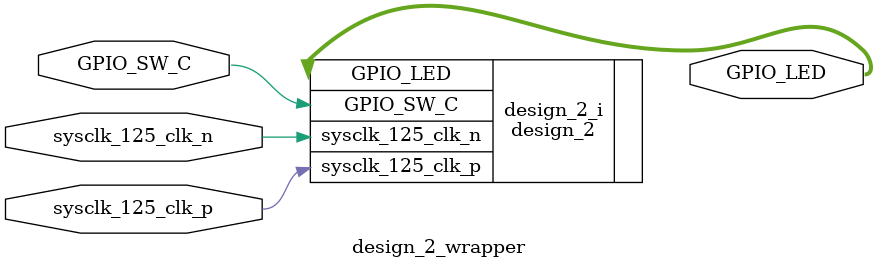
<source format=v>
`timescale 1 ps / 1 ps

module design_2_wrapper
   (GPIO_LED,
    GPIO_SW_C,
    sysclk_125_clk_n,
    sysclk_125_clk_p);
  output [7:0]GPIO_LED;
  input GPIO_SW_C;
  input sysclk_125_clk_n;
  input sysclk_125_clk_p;

  wire [7:0]GPIO_LED;
  wire GPIO_SW_C;
  wire sysclk_125_clk_n;
  wire sysclk_125_clk_p;

  design_2 design_2_i
       (.GPIO_LED(GPIO_LED),
        .GPIO_SW_C(GPIO_SW_C),
        .sysclk_125_clk_n(sysclk_125_clk_n),
        .sysclk_125_clk_p(sysclk_125_clk_p));
endmodule

</source>
